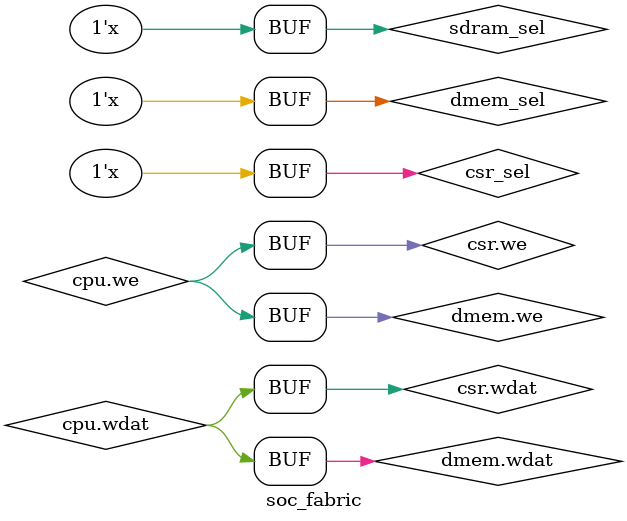
<source format=sv>

module soc_fabric (
// From Master(s):
   soc_if.SLV  cpu,  //interface for the controlling CPU (this SOC has only 1 CPU)
   soc_if.SLV  adc,  //interface for ADC path to SDRAM

// To Peripheral(s):                   
   soc_if.MST  dmem, //interface to Data Memory of the CPU
   soc_if.MST  csr,  //interface to CSR register block (aka GPIO)
   soc_if.MST  sdram //interface to SDRAM block
);

//-----------------------------------------------------------
// propagate/replicate common controls from Master to all Peripherals
//-----------------------------------------------------------
   assign dmem.addr  = cpu.addr;
   assign dmem.we    = cpu.we;
   assign dmem.wdat  = cpu.wdat;
                      
   assign csr.addr   = cpu.addr;
   assign csr.we     = cpu.we;
   assign csr.wdat   = cpu.wdat;

 // SDRAM latches ADDR and WE as soon as its sees VLD. WDAT is
 // taken 1 cycle later, hence can be selected with flopped signal,
 // helping timing closure by lowering the load on combo 'adc_sdram_ack'

   logic adc_sdram_ack;  // 1 as soon as ADC gets the bus
   logic cpu_sdram_busy; // 1 when CPU is already using the bus

   assign sdram.addr = adc_sdram_ack  ? adc.addr : cpu.addr;
   assign sdram.we   = adc_sdram_ack  ? adc.we   : cpu.we;
   assign sdram.wdat = cpu_sdram_busy ? cpu.wdat : adc.wdat; 

//-----------------------------------------------------------
// assign peripheral Point-to-Point controls per Memory Map
//-----------------------------------------------------------
// peripheral selects
   logic dmem_sel, csr_sel, sdram_sel, cpu_sdram_vld;
    
//address decode: All selects must be mutually exclusive!
   assign dmem_sel  = (cpu.addr[31:28] == 4'd1); //0x1000_0000 - 0x1FFF_FFFF
   assign csr_sel   = (cpu.addr[31:29] == 3'd1); //0x2000_0000 - 0x3FFF_FFFF
   assign sdram_sel = (cpu.addr[31:30] != 2'd0); //0x4000_0000 - 0xFFFF_FFFF
     
//peripheral access is when peripheral is SELected and CPU VLD
   assign dmem.vld      = cpu.vld & dmem_sel;
   assign csr.vld       = cpu.vld & csr_sel;
   assign cpu_sdram_vld = cpu.vld & sdram_sel;

// SDRAM transaction is started w/o waiting for arbitration.
// VLD does not need to drop to 0 upon getting RDY. It can
// be back-to-back. That maximizes the throughput
   assign sdram.vld = cpu_sdram_vld | adc.vld;

//return RDY+RDAT to CPU from the selected peripheral
   assign cpu.rdy   = dmem_sel ? dmem.rdy 
                    : csr_sel  ? csr.rdy
                               :(sdram.rdy & cpu_sdram_busy);
                     
   assign cpu.rdat  = dmem_sel ? dmem.rdat 
                    : csr_sel  ? csr.rdat
                               : sdram.rdat;

//return RDY+RDAT to ADC from SDRAM
   assign adc.rdy   = sdram.rdy & ~cpu_sdram_busy;
   assign adc.rdat  = sdram.rdat;


//-----------------------------------------------------------
// Arbitration between ADC and CPU accesses to SDRAM.
//
// ACK must be combo because:
//  -transaction is started w/o waiting for arbitration result
//  -SDRAM captures ADDR+WE on the cycle it sees VLD=1
//  -and ACK is used for ADDR+WE selection
//
// ADC gets SDRAM if CPU is not on it, or they both request it
// at the same time. If CPU is already using SDRAM, ADC has to
// wait till CPU is done. CPU has to wait if ADC is already 
// using SDRAM, or wants it at the same time as CPU
//-----------------------------------------------------------   
   always_ff @(negedge adc.arst_n or posedge adc.clk) begin
      if (adc.arst_n == 1'b0) begin
         cpu_sdram_busy <= 1'b0;
      end   
      else begin
         cpu_sdram_busy <= cpu_sdram_busy
         //once started, CPU keeps the bus until transaction is over
          ? ~sdram.rdy                

         //CPU gets bus if ADC doesn't want it at that very moment
          : ({adc.vld, cpu_sdram_vld} == 2'b01);
      end
   end

   // ADC cannot interrupt an ongoing CPU transaction
   assign adc_sdram_ack = adc.vld & ~cpu_sdram_busy;

endmodule: soc_fabric

/*
-----------------------------------------------------------------------------
Version History:
-----------------------------------------------------------------------------
 2023/12/20 JI: initial creation    
 2024/03/16 JI: replaced always_comb with assigns
 2024/04/07 JI: added ADC DMA path for SDRAM, and arbitration with CPU
*/

</source>
